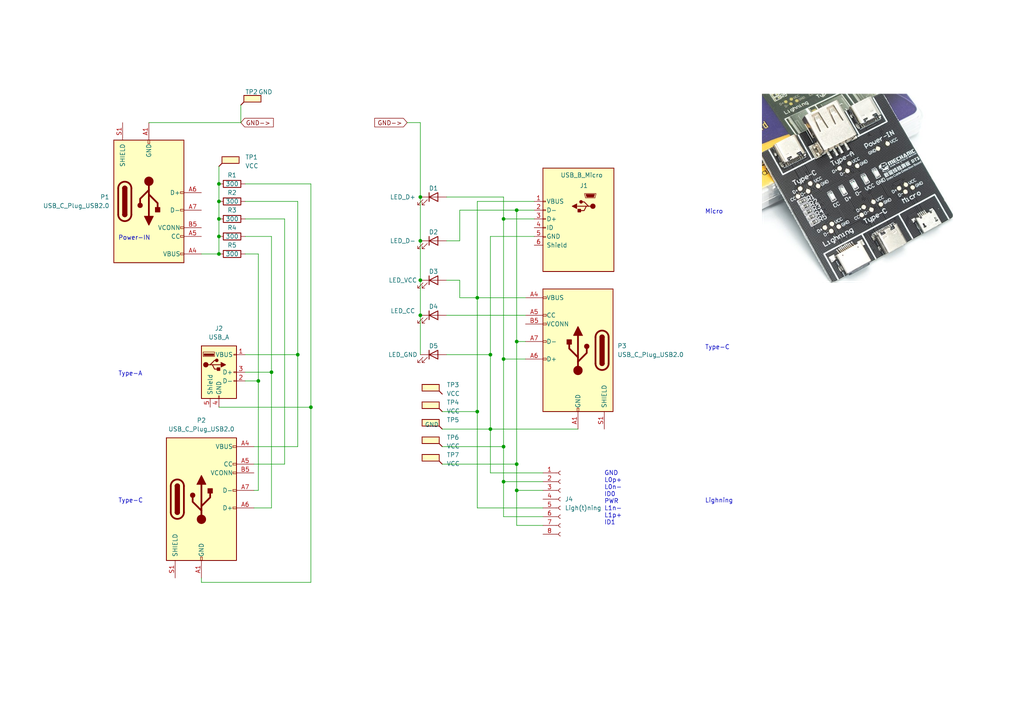
<source format=kicad_sch>
(kicad_sch (version 20230121) (generator eeschema)
  (paper "A4")
  (title_block (title "Mechanic DT3 Data Cable Detection Board") (date "30.12.2022"))
  (lib_symbols
    (symbol "Connector:Conn_01x08_Female" (pin_names (offset 1.016) hide)
      (property "Reference" "J" (at 0 10.16 0))
      (property "Value" "Conn_01x08_Female" (at 0 -12.7 0))
      (symbol "Conn_01x08_Female_1_1"
        (arc (start 0 -9.652) (mid -0.5058 -10.16) (end 0 -10.668) (stroke (width 0.1524)))
        (arc (start 0 -7.112) (mid -0.5058 -7.62) (end 0 -8.128) (stroke (width 0.1524)))
        (arc (start 0 -4.572) (mid -0.5058 -5.08) (end 0 -5.588) (stroke (width 0.1524)))
        (arc (start 0 -2.032) (mid -0.5058 -2.54) (end 0 -3.048) (stroke (width 0.1524)))
        (polyline (pts (xy -1.27 -10.16) (xy -0.508 -10.16)) (stroke (width 0.1524)))
        (polyline (pts (xy -1.27 -7.62) (xy -0.508 -7.62)) (stroke (width 0.1524)))
        (polyline (pts (xy -1.27 -5.08) (xy -0.508 -5.08)) (stroke (width 0.1524)))
        (polyline (pts (xy -1.27 -2.54) (xy -0.508 -2.54)) (stroke (width 0.1524)))
        (polyline (pts (xy -1.27 0) (xy -0.508 0)) (stroke (width 0.1524)))
        (polyline (pts (xy -1.27 2.54) (xy -0.508 2.54)) (stroke (width 0.1524)))
        (polyline (pts (xy -1.27 5.08) (xy -0.508 5.08)) (stroke (width 0.1524)))
        (polyline (pts (xy -1.27 7.62) (xy -0.508 7.62)) (stroke (width 0.1524)))
        (arc (start 0 0.508) (mid -0.5058 0) (end 0 -0.508) (stroke (width 0.1524)))
        (arc (start 0 3.048) (mid -0.5058 2.54) (end 0 2.032) (stroke (width 0.1524)))
        (arc (start 0 5.588) (mid -0.5058 5.08) (end 0 4.572) (stroke (width 0.1524)))
        (arc (start 0 8.128) (mid -0.5058 7.62) (end 0 7.112) (stroke (width 0.1524)))
        (pin passive line (at -5.08 7.62 0) (length 3.81) (name "Pin_1") (number "1"))
        (pin passive line (at -5.08 5.08 0) (length 3.81) (name "Pin_2") (number "2"))
        (pin passive line (at -5.08 2.54 0) (length 3.81) (name "Pin_3") (number "3"))
        (pin passive line (at -5.08 0 0) (length 3.81) (name "Pin_4") (number "4"))
        (pin passive line (at -5.08 -2.54 0) (length 3.81) (name "Pin_5") (number "5"))
        (pin passive line (at -5.08 -5.08 0) (length 3.81) (name "Pin_6") (number "6"))
        (pin passive line (at -5.08 -7.62 0) (length 3.81) (name "Pin_7") (number "7"))
        (pin passive line (at -5.08 -10.16 0) (length 3.81) (name "Pin_8") (number "8"))
      )
    )
    (symbol "Connector:TestPoint_Flag" (pin_numbers hide) (pin_names (offset 0.762) hide)
      (property "Reference" "TP" (at 3.429 1.778 0))
      (property "Value" "TestPoint_Flag" (at 3.302 4.191 0))
      (symbol "TestPoint_Flag_0_1"
        (polyline (pts (xy 0 0) (xy 0.889 0.889)) (stroke (width 0.254)))
        (rectangle (start 0.889 2.794) (end 5.842 0.889) (stroke (width 0.254)) (fill (type background)))
      )
      (symbol "TestPoint_Flag_1_1"
        (pin passive line (at 0 0 90) (length 0) (name "1") (number "1"))
      )
    )
    (symbol "Connector:USB_A" (pin_names (offset 1.016))
      (property "Reference" "J" (at -5.08 11.43 0))
      (property "Value" "USB_A" (at -5.08 8.89 0))
      (symbol "USB_A_0_1"
        (rectangle (start -5.08 -7.62) (end 5.08 7.62) (stroke (width 0.254)) (fill (type background)))
        (circle (center -3.81 2.159) (radius 0.635) (stroke (width 0.254)) (fill (type outline)))
        (rectangle (start -1.524 4.826) (end -4.318 5.334) (fill (type outline)))
        (rectangle (start -1.27 4.572) (end -4.572 5.842))
        (circle (center -0.635 3.429) (radius 0.381) (stroke (width 0.254)) (fill (type outline)))
        (rectangle (start -0.127 -7.62) (end 0.127 -6.858))
        (polyline (pts (xy -3.175 2.159) (xy -2.54 2.159) (xy -1.27 3.429) (xy -0.635 3.429)) (stroke (width 0.254)))
        (polyline (pts (xy -2.54 2.159) (xy -1.905 2.159) (xy -1.27 0.889) (xy 0 0.889)) (stroke (width 0.254)))
        (polyline (pts (xy 0.635 2.794) (xy 0.635 1.524) (xy 1.905 2.159) (xy 0.635 2.794)) (stroke (width 0.254)) (fill (type outline)))
        (rectangle (start 0.254 1.27) (end -0.508 0.508) (stroke (width 0.254)) (fill (type outline)))
        (rectangle (start 5.08 -2.667) (end 4.318 -2.413))
        (rectangle (start 5.08 -0.127) (end 4.318 0.127))
        (rectangle (start 5.08 4.953) (end 4.318 5.207))
      )
      (symbol "USB_A_1_1"
        (polyline (pts (xy -1.905 2.159) (xy 0.635 2.159)) (stroke (width 0.254)))
        (pin power_in line (at 7.62 5.08 180) (length 2.54) (name "VBUS") (number "1"))
        (pin bidirectional line (at 7.62 -2.54 180) (length 2.54) (name "D-") (number "2"))
        (pin bidirectional line (at 7.62 0 180) (length 2.54) (name "D+") (number "3"))
        (pin power_in line (at 0 -10.16 90) (length 2.54) (name "GND") (number "4"))
        (pin passive line (at -2.54 -10.16 90) (length 2.54) (name "Shield") (number "5"))
      )
    )
    (symbol "Connector:USB_C_Plug_USB2.0" (pin_names (offset 1.016))
      (property "Reference" "P" (at -10.16 19.05 0))
      (property "Value" "USB_C_Plug_USB2.0" (at 12.7 19.05 0))
      (symbol "USB_C_Plug_USB2.0_0_0"
        (rectangle (start -0.254 -17.78) (end 0.254 -16.764))
        (rectangle (start 10.16 -2.286) (end 9.144 -2.794))
        (rectangle (start 10.16 2.794) (end 9.144 2.286))
        (rectangle (start 10.16 7.874) (end 9.144 7.366))
        (rectangle (start 10.16 10.414) (end 9.144 9.906))
        (rectangle (start 10.16 15.494) (end 9.144 14.986))
      )
      (symbol "USB_C_Plug_USB2.0_0_1"
        (rectangle (start -10.16 17.78) (end 10.16 -17.78) (stroke (width 0.254)) (fill (type background)))
        (arc (start -8.89 -3.81) (mid -6.985 -5.7067) (end -5.08 -3.81) (stroke (width 0.508)))
        (arc (start -7.62 -3.81) (mid -6.985 -4.4423) (end -6.35 -3.81) (stroke (width 0.254)))
        (arc (start -7.62 -3.81) (mid -6.985 -4.4423) (end -6.35 -3.81) (stroke (width 0.254)) (fill (type outline)))
        (rectangle (start -7.62 -3.81) (end -6.35 3.81) (stroke (width 0.254)) (fill (type outline)))
        (arc (start -6.35 3.81) (mid -6.985 4.4423) (end -7.62 3.81) (stroke (width 0.254)))
        (arc (start -6.35 3.81) (mid -6.985 4.4423) (end -7.62 3.81) (stroke (width 0.254)) (fill (type outline)))
        (arc (start -5.08 3.81) (mid -6.985 5.7067) (end -8.89 3.81) (stroke (width 0.508)))
        (circle (center -2.54 1.143) (radius 0.635) (stroke (width 0.254)) (fill (type outline)))
        (circle (center 0 -5.842) (radius 1.27) (fill (type outline)))
        (polyline (pts (xy -8.89 -3.81) (xy -8.89 3.81)) (stroke (width 0.508)))
        (polyline (pts (xy -5.08 3.81) (xy -5.08 -3.81)) (stroke (width 0.508)))
        (polyline (pts (xy 0 -5.842) (xy 0 4.318)) (stroke (width 0.508)))
        (polyline (pts (xy 0 -3.302) (xy -2.54 -0.762) (xy -2.54 0.508)) (stroke (width 0.508)))
        (polyline (pts (xy 0 -2.032) (xy 2.54 0.508) (xy 2.54 1.778)) (stroke (width 0.508)))
        (polyline (pts (xy -1.27 4.318) (xy 0 6.858) (xy 1.27 4.318) (xy -1.27 4.318)) (stroke (width 0.254)) (fill (type outline)))
        (rectangle (start 1.905 1.778) (end 3.175 3.048) (stroke (width 0.254)) (fill (type outline)))
      )
      (symbol "USB_C_Plug_USB2.0_1_1"
        (pin passive line (at 0 -22.86 90) (length 5.08) (name "GND") (number "A1"))
        (pin passive line (at 0 -22.86 90) (length 5.08) hide (name "GND") (number "A12"))
        (pin passive line (at 15.24 15.24 180) (length 5.08) (name "VBUS") (number "A4"))
        (pin bidirectional line (at 15.24 10.16 180) (length 5.08) (name "CC") (number "A5"))
        (pin bidirectional line (at 15.24 -2.54 180) (length 5.08) (name "D+") (number "A6"))
        (pin bidirectional line (at 15.24 2.54 180) (length 5.08) (name "D-") (number "A7"))
        (pin passive line (at 15.24 15.24 180) (length 5.08) hide (name "VBUS") (number "A9"))
        (pin passive line (at 0 -22.86 90) (length 5.08) hide (name "GND") (number "B1"))
        (pin passive line (at 0 -22.86 90) (length 5.08) hide (name "GND") (number "B12"))
        (pin passive line (at 15.24 15.24 180) (length 5.08) hide (name "VBUS") (number "B4"))
        (pin bidirectional line (at 15.24 7.62 180) (length 5.08) (name "VCONN") (number "B5"))
        (pin passive line (at 15.24 15.24 180) (length 5.08) hide (name "VBUS") (number "B9"))
        (pin passive line (at -7.62 -22.86 90) (length 5.08) (name "SHIELD") (number "S1"))
      )
    )
    (symbol "Device:LED" (pin_numbers hide) (pin_names (offset 1.016) hide)
      (property "Reference" "D" (at 0 2.54 0))
      (property "Value" "LED" (at 0 -2.54 0))
      (symbol "LED_0_1"
        (polyline (pts (xy -1.27 -1.27) (xy -1.27 1.27)) (stroke (width 0.254)))
        (polyline (pts (xy -1.27 0) (xy 1.27 0)))
        (polyline (pts (xy 1.27 -1.27) (xy 1.27 1.27) (xy -1.27 0) (xy 1.27 -1.27)) (stroke (width 0.254)))
        (polyline (pts (xy -3.048 -0.762) (xy -4.572 -2.286) (xy -3.81 -2.286) (xy -4.572 -2.286) (xy -4.572 -1.524)))
        (polyline (pts (xy -1.778 -0.762) (xy -3.302 -2.286) (xy -2.54 -2.286) (xy -3.302 -2.286) (xy -3.302 -1.524)))
      )
      (symbol "LED_1_1"
        (pin passive line (at -3.81 0 0) (length 2.54) (name "K") (number "1"))
        (pin passive line (at 3.81 0 180) (length 2.54) (name "A") (number "2"))
      )
    )
    (symbol "Device:R" (pin_numbers hide) (pin_names (offset 0))
      (property "Reference" "R" (at 2.032 0 90))
      (property "Value" "R" (at 0 0 90))
      (symbol "R_0_1"
        (rectangle (start -1.016 -2.54) (end 1.016 2.54) (stroke (width 0.254)))
      )
      (symbol "R_1_1"
        (pin passive line (at 0 3.81 270) (length 1.27) (name "~") (number "1"))
        (pin passive line (at 0 -3.81 90) (length 1.27) (name "~") (number "2"))
      )
    )
    (symbol "USB_B_Micro_1" (pin_names (offset 1.016))
      (property "Reference" "J?" (at -5.588 9.652 0))
      (property "Value" "USB_B_Micro_1" (at 0 12.7 0))
      (symbol "USB_B_Micro_1_0_1"
        (rectangle (start -15.494 14.732) (end 5.08 -15.24) (stroke (width 0.254)) (fill (type background)))
        (circle (center -9.398 3.683) (radius 0.635) (stroke (width 0.254)) (fill (type outline)))
        (circle (center -5.969 4.953) (radius 0.381) (stroke (width 0.254)) (fill (type outline)))
        (rectangle (start -5.08 2.794) (end -5.842 2.032) (stroke (width 0.254)) (fill (type outline)))
        (polyline (pts (xy -7.493 3.683) (xy -4.953 3.683)) (stroke (width 0.254)))
        (polyline (pts (xy -8.763 3.683) (xy -8.128 3.683) (xy -6.858 4.953) (xy -6.223 4.953)) (stroke (width 0.254)))
        (polyline (pts (xy -8.128 3.683) (xy -7.493 3.683) (xy -6.858 2.413) (xy -5.588 2.413)) (stroke (width 0.254)))
        (polyline (pts (xy -4.699 4.318) (xy -4.699 3.048) (xy -3.429 3.683) (xy -4.699 4.318)) (stroke (width 0.254)) (fill (type outline)))
        (polyline (pts (xy -9.906 7.112) (xy -7.366 7.112) (xy -7.62 6.35) (xy -9.652 6.35) (xy -9.906 7.112)) (fill (type outline)))
        (polyline (pts (xy -10.287 7.366) (xy -10.287 7.112) (xy -10.033 6.35) (xy -10.033 6.096) (xy -7.239 6.096) (xy -7.239 6.35) (xy -6.985 7.112) (xy -6.985 7.366) (xy -10.287 7.366)))
        (rectangle (start 5.08 -5.334) (end 4.318 -5.08))
        (rectangle (start 5.08 -2.667) (end 4.318 -2.413))
        (rectangle (start 5.08 -0.127) (end 4.318 0.127))
        (rectangle (start 5.08 2.413) (end 4.318 2.667))
        (rectangle (start 5.08 4.953) (end 4.318 5.207))
      )
      (symbol "USB_B_Micro_1_1_1"
        (pin power_out line (at 7.62 5.08 180) (length 2.54) (name "VBUS") (number "1"))
        (pin bidirectional line (at 7.62 2.54 180) (length 2.54) (name "D-") (number "2"))
        (pin bidirectional line (at 7.62 0 180) (length 2.54) (name "D+") (number "3"))
        (pin passive line (at 7.62 -2.54 180) (length 2.54) (name "ID") (number "4"))
        (pin power_out line (at 7.62 -5.08 180) (length 2.54) (name "GND") (number "5"))
        (pin passive line (at 7.62 -7.62 180) (length 2.54) (name "Shield") (number "6"))
      )
    )
  )
  (junction (at 121.92 69.85))
  (junction (at 121.92 81.28))
  (junction (at 138.43 119.38))
  (junction (at 63.5 53.34))
  (junction (at 149.86 134.62))
  (junction (at 142.24 124.46))
  (junction (at 74.93 110.49))
  (junction (at 78.74 107.95))
  (junction (at 63.5 63.5))
  (junction (at 146.05 63.5))
  (junction (at 138.43 86.36))
  (junction (at 86.36 102.87))
  (junction (at 121.92 57.15))
  (junction (at 146.05 104.14))
  (junction (at 90.17 118.11))
  (junction (at 63.5 68.58))
  (junction (at 63.5 58.42))
  (junction (at 63.5 73.66))
  (junction (at 146.05 129.54))
  (junction (at 149.86 60.96))
  (junction (at 121.92 91.44))
  (junction (at 149.86 142.24))
  (junction (at 142.24 102.87))
  (junction (at 146.05 139.7))
  (junction (at 149.86 99.06))
  (wire (pts (xy 133.35 60.96) (xy 149.86 60.96)))
  (wire (pts (xy 149.86 99.06) (xy 149.86 134.62)))
  (wire (pts (xy 90.17 118.11) (xy 90.17 168.91)))
  (wire (pts (xy 78.74 68.58) (xy 78.74 107.95)))
  (wire (pts (xy 121.92 57.15) (xy 121.92 35.56)))
  (wire (pts (xy 146.05 139.7) (xy 157.48 139.7)))
  (wire (pts (xy 58.42 73.66) (xy 63.5 73.66)))
  (wire (pts (xy 146.05 104.14) (xy 152.4 104.14)))
  (wire (pts (xy 58.42 167.64) (xy 58.42 168.91)))
  (wire (pts (xy 121.92 91.44) (xy 121.92 102.87)))
  (wire (pts (xy 82.55 63.5) (xy 82.55 134.62)))
  (wire (pts (xy 71.12 102.87) (xy 86.36 102.87)))
  (wire (pts (xy 142.24 124.46) (xy 167.64 124.46)))
  (wire (pts (xy 73.66 134.62) (xy 82.55 134.62)))
  (wire (pts (xy 149.86 134.62) (xy 149.86 142.24)))
  (wire (pts (xy 133.35 69.85) (xy 133.35 60.96)))
  (wire (pts (xy 43.18 35.56) (xy 69.85 35.56)))
  (wire (pts (xy 86.36 102.87) (xy 86.36 58.42)))
  (wire (pts (xy 73.66 147.32) (xy 78.74 147.32)))
  (wire (pts (xy 71.12 63.5) (xy 82.55 63.5)))
  (wire (pts (xy 128.27 129.54) (xy 146.05 129.54)))
  (wire (pts (xy 133.35 81.28) (xy 129.54 81.28)))
  (wire (pts (xy 142.24 124.46) (xy 142.24 137.16)))
  (wire (pts (xy 146.05 104.14) (xy 146.05 129.54)))
  (wire (pts (xy 138.43 86.36) (xy 138.43 119.38)))
  (wire (pts (xy 146.05 57.15) (xy 146.05 63.5)))
  (wire (pts (xy 71.12 110.49) (xy 74.93 110.49)))
  (wire (pts (xy 146.05 149.86) (xy 157.48 149.86)))
  (wire (pts (xy 142.24 137.16) (xy 157.48 137.16)))
  (wire (pts (xy 118.11 35.56) (xy 121.92 35.56)))
  (wire (pts (xy 129.54 91.44) (xy 152.4 91.44)))
  (wire (pts (xy 71.12 68.58) (xy 78.74 68.58)))
  (wire (pts (xy 74.93 110.49) (xy 74.93 142.24)))
  (wire (pts (xy 86.36 102.87) (xy 86.36 129.54)))
  (wire (pts (xy 121.92 57.15) (xy 121.92 69.85)))
  (wire (pts (xy 149.86 60.96) (xy 149.86 99.06)))
  (wire (pts (xy 90.17 168.91) (xy 58.42 168.91)))
  (wire (pts (xy 138.43 86.36) (xy 152.4 86.36)))
  (wire (pts (xy 149.86 60.96) (xy 154.94 60.96)))
  (wire (pts (xy 129.54 102.87) (xy 142.24 102.87)))
  (wire (pts (xy 149.86 142.24) (xy 149.86 152.4)))
  (wire (pts (xy 63.5 63.5) (xy 63.5 68.58)))
  (wire (pts (xy 63.5 53.34) (xy 63.5 58.42)))
  (wire (pts (xy 149.86 142.24) (xy 157.48 142.24)))
  (wire (pts (xy 129.54 57.15) (xy 146.05 57.15)))
  (wire (pts (xy 74.93 73.66) (xy 74.93 110.49)))
  (wire (pts (xy 63.5 58.42) (xy 63.5 63.5)))
  (wire (pts (xy 146.05 129.54) (xy 146.05 139.7)))
  (wire (pts (xy 121.92 81.28) (xy 121.92 91.44)))
  (wire (pts (xy 73.66 129.54) (xy 86.36 129.54)))
  (wire (pts (xy 154.94 63.5) (xy 146.05 63.5)))
  (wire (pts (xy 63.5 48.26) (xy 63.5 53.34)))
  (wire (pts (xy 73.66 142.24) (xy 74.93 142.24)))
  (wire (pts (xy 78.74 107.95) (xy 78.74 147.32)))
  (wire (pts (xy 90.17 53.34) (xy 90.17 118.11)))
  (wire (pts (xy 133.35 86.36) (xy 138.43 86.36)))
  (wire (pts (xy 142.24 68.58) (xy 142.24 102.87)))
  (wire (pts (xy 142.24 102.87) (xy 142.24 124.46)))
  (wire (pts (xy 63.5 68.58) (xy 63.5 73.66)))
  (wire (pts (xy 138.43 147.32) (xy 157.48 147.32)))
  (wire (pts (xy 138.43 58.42) (xy 138.43 86.36)))
  (wire (pts (xy 149.86 99.06) (xy 152.4 99.06)))
  (wire (pts (xy 146.05 63.5) (xy 146.05 104.14)))
  (wire (pts (xy 146.05 139.7) (xy 146.05 149.86)))
  (wire (pts (xy 71.12 53.34) (xy 90.17 53.34)))
  (wire (pts (xy 133.35 69.85) (xy 129.54 69.85)))
  (wire (pts (xy 138.43 119.38) (xy 138.43 147.32)))
  (wire (pts (xy 128.27 119.38) (xy 138.43 119.38)))
  (wire (pts (xy 133.35 81.28) (xy 133.35 86.36)))
  (wire (pts (xy 71.12 107.95) (xy 78.74 107.95)))
  (wire (pts (xy 128.27 134.62) (xy 149.86 134.62)))
  (wire (pts (xy 71.12 73.66) (xy 74.93 73.66)))
  (wire (pts (xy 149.86 152.4) (xy 157.48 152.4)))
  (wire (pts (xy 128.27 124.46) (xy 142.24 124.46)))
  (wire (pts (xy 63.5 118.11) (xy 90.17 118.11)))
  (wire (pts (xy 69.85 30.48) (xy 69.85 35.56)))
  (wire (pts (xy 138.43 58.42) (xy 154.94 58.42)))
  (wire (pts (xy 71.12 58.42) (xy 86.36 58.42)))
  (wire (pts (xy 121.92 69.85) (xy 121.92 81.28)))
  (wire (pts (xy 142.24 68.58) (xy 154.94 68.58)))
  (image (at 248.92 54.61) (scale 1.52371))
  (text "Micro" (at 204.47 62.23 0) (effects (font (size 1.27 1.27)) (justify left bottom)))
  (text "GND\nL0p+\nL0n-\nID0\nPWR\nL1n-\nL1p+\nID1" (at 175.26 152.4 0) (effects (font (size 1.27 1.27)) (justify left bottom)))
  (text "Power-IN" (at 34.29 69.85 0) (effects (font (size 1.27 1.27)) (justify left bottom)))
  (text "Type-A" (at 34.29 109.22 0) (effects (font (size 1.27 1.27)) (justify left bottom)))
  (text "Type-C" (at 34.29 146.05 0) (effects (font (size 1.27 1.27)) (justify left bottom)))
  (text "Lighning" (at 204.47 146.05 0) (effects (font (size 1.27 1.27)) (justify left bottom)))
  (text "Type-C" (at 204.47 101.6 0) (effects (font (size 1.27 1.27)) (justify left bottom)))
  (global_label "GND->" (shape input) (at 69.85 35.56 0) (property "Intersheetrefs" "${INTERSHEET_REFS}" (effects hide)))
  (global_label "GND->" (shape input) (at 118.11 35.56 180) (property "Intersheetrefs" "${INTERSHEET_REFS}" (effects hide)))
  (symbol (lib_id "Connector:USB_C_Plug_USB2.0") (at 58.42 144.78 0) (unit 1)
    (property "Reference" "P2" (at 58.42 121.92 0))
    (property "Value" "USB_C_Plug_USB2.0" (at 58.42 124.46 0))
    (property "Datasheet" "https://www.usb.org/sites/default/files/documents/usb_type-c.zip" (effects hide))
  )
  (symbol (lib_name "USB_B_Micro_1") (lib_id "Connector:USB_B_Micro") (at 162.56 63.5 0) (mirror y) (unit 1)
    (property "Reference" "J1" (at 168.148 53.848 0) (effects (justify right)))
    (property "Value" "USB_B_Micro" (at 162.56 50.8 0) (effects (justify right)))
  )
  (symbol (lib_id "Connector:USB_C_Plug_USB2.0") (at 43.18 58.42 0) (mirror x) (unit 1)
    (property "Reference" "P1" (at 31.75 57.1499 0) (effects (justify right)))
    (property "Value" "USB_C_Plug_USB2.0" (at 31.75 59.6899 0) (effects (justify right)))
    (property "Datasheet" "https://www.usb.org/sites/default/files/documents/usb_type-c.zip" (effects hide))
  )
  (symbol (lib_id "Device:LED") (at 125.73 102.87 0) (unit 1)
    (property "Reference" "D5" (at 125.73 100.33 0))
    (property "Value" "LED_GND" (at 116.84 102.87 0))
  )
  (symbol (lib_id "Connector:TestPoint_Flag") (at 128.27 134.62 0) (mirror y) (unit 1)
    (property "Reference" "TP7" (at 129.54 131.9529 0) (effects (justify right)))
    (property "Value" "VCC" (at 129.54 134.4929 0) (effects (justify right)))
  )
  (symbol (lib_id "Connector:TestPoint_Flag") (at 128.27 119.38 0) (mirror y) (unit 1)
    (property "Reference" "TP4" (at 129.54 116.7129 0) (effects (justify right)))
    (property "Value" "VCC" (at 129.54 119.2529 0) (effects (justify right)))
  )
  (symbol (lib_id "Device:R") (at 67.31 68.58 90) (unit 1)
    (property "Reference" "R4" (at 67.31 66.04 90))
    (property "Value" "300" (at 67.31 68.58 90))
  )
  (symbol (lib_id "Device:R") (at 67.31 58.42 90) (unit 1)
    (property "Reference" "R2" (at 67.31 55.88 90))
    (property "Value" "300" (at 67.31 58.42 90))
  )
  (symbol (lib_id "Connector:TestPoint_Flag") (at 128.27 114.3 0) (mirror y) (unit 1)
    (property "Reference" "TP3" (at 129.54 111.6329 0) (effects (justify right)))
    (property "Value" "VCC" (at 129.54 114.1729 0) (effects (justify right)))
  )
  (symbol (lib_id "Device:LED") (at 125.73 57.15 0) (unit 1)
    (property "Reference" "D1" (at 125.73 54.61 0))
    (property "Value" "LED_D+" (at 116.84 57.15 0))
  )
  (symbol (lib_id "Device:R") (at 67.31 63.5 90) (unit 1)
    (property "Reference" "R3" (at 67.31 60.96 90))
    (property "Value" "300" (at 67.31 63.5 90))
  )
  (symbol (lib_id "Device:LED") (at 125.73 91.44 0) (unit 1)
    (property "Reference" "D4" (at 125.73 88.9 0))
    (property "Value" "LED_CC" (at 116.84 90.17 0))
  )
  (symbol (lib_id "Device:LED") (at 125.73 81.28 0) (unit 1)
    (property "Reference" "D3" (at 125.73 78.74 0))
    (property "Value" "LED_VCC" (at 116.84 81.28 0))
  )
  (symbol (lib_id "Connector:TestPoint_Flag") (at 69.85 30.48 0) (unit 1)
    (property "Reference" "TP2" (at 71.12 26.67 0) (effects (justify left)))
    (property "Value" "GND" (at 74.93 26.67 0) (effects (justify left)))
  )
  (symbol (lib_id "Connector:USB_C_Plug_USB2.0") (at 167.64 101.6 0) (mirror y) (unit 1)
    (property "Reference" "P3" (at 179.07 100.3299 0) (effects (justify right)))
    (property "Value" "USB_C_Plug_USB2.0" (at 179.07 102.8699 0) (effects (justify right)))
    (property "Datasheet" "https://www.usb.org/sites/default/files/documents/usb_type-c.zip" (effects hide))
  )
  (symbol (lib_id "Connector:Conn_01x08_Female") (at 162.56 144.78 0) (unit 1)
    (property "Reference" "J4" (at 163.83 144.7799 0) (effects (justify left)))
    (property "Value" "Ligh(t)ning" (at 163.83 147.3199 0) (effects (justify left)))
  )
  (symbol (lib_id "Connector:USB_A") (at 63.5 107.95 0) (unit 1)
    (property "Reference" "J2" (at 63.5 95.25 0))
    (property "Value" "USB_A" (at 63.5 97.79 0))
    (property "Datasheet" " ~" (effects hide))
  )
  (symbol (lib_id "Device:R") (at 67.31 73.66 90) (unit 1)
    (property "Reference" "R5" (at 67.31 71.12 90))
    (property "Value" "300" (at 67.31 73.66 90))
  )
  (symbol (lib_id "Connector:TestPoint_Flag") (at 63.5 48.26 0) (unit 1)
    (property "Reference" "TP1" (at 71.12 45.5929 0) (effects (justify left)))
    (property "Value" "VCC" (at 71.12 48.1329 0) (effects (justify left)))
  )
  (symbol (lib_id "Connector:TestPoint_Flag") (at 128.27 124.46 0) (mirror y) (unit 1)
    (property "Reference" "TP5" (at 129.54 121.7929 0) (effects (justify right)))
    (property "Value" "GND" (at 123.19 123.19 0) (effects (justify right)))
  )
  (symbol (lib_id "Connector:TestPoint_Flag") (at 128.27 129.54 0) (mirror y) (unit 1)
    (property "Reference" "TP6" (at 129.54 126.8729 0) (effects (justify right)))
    (property "Value" "VCC" (at 129.54 129.4129 0) (effects (justify right)))
  )
  (symbol (lib_id "Device:LED") (at 125.73 69.85 0) (unit 1)
    (property "Reference" "D2" (at 125.73 67.31 0))
    (property "Value" "LED_D-" (at 116.84 69.85 0))
  )
  (symbol (lib_id "Device:R") (at 67.31 53.34 90) (unit 1)
    (property "Reference" "R1" (at 67.31 50.8 90))
    (property "Value" "300" (at 67.31 53.34 90))
  )
)
</source>
